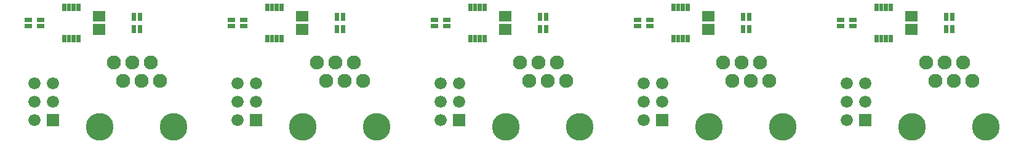
<source format=gbr>
G04 start of page 6 for group -4063 idx -4063 *
G04 Title: (unknown), componentmask *
G04 Creator: pcb 20140316 *
G04 CreationDate: Thu 25 Oct 2018 04:49:50 PM GMT UTC *
G04 For: railfan *
G04 Format: Gerber/RS-274X *
G04 PCB-Dimensions (mil): 5400.00 1100.00 *
G04 PCB-Coordinate-Origin: lower left *
%MOIN*%
%FSLAX25Y25*%
%LNTOPMASK*%
%ADD53R,0.0225X0.0225*%
%ADD52R,0.0572X0.0572*%
%ADD51R,0.0227X0.0227*%
%ADD50C,0.1500*%
%ADD49C,0.0660*%
%ADD48C,0.0001*%
%ADD47C,0.0760*%
G54D47*X73000Y57000D03*
X83000D03*
X78000Y67000D03*
G54D48*G36*
X131700Y39000D02*Y32400D01*
X138300D01*
Y39000D01*
X131700D01*
G37*
G54D49*X135000Y45700D03*
Y55700D03*
X125000Y35700D03*
Y45700D03*
Y55700D03*
G54D47*X58000Y67000D03*
G54D48*G36*
X21700Y39000D02*Y32400D01*
X28300D01*
Y39000D01*
X21700D01*
G37*
G54D49*X25000Y45700D03*
Y55700D03*
X15000Y35700D03*
Y45700D03*
Y55700D03*
G54D47*X63000Y57000D03*
G54D50*X50500Y32000D03*
G54D47*X68000Y67000D03*
G54D50*X90500Y32000D03*
X160500D03*
G54D47*X168000Y67000D03*
X178000D03*
X188000D03*
X173000Y57000D03*
X183000D03*
X193000D03*
G54D49*X245000Y45700D03*
Y55700D03*
X235000Y45700D03*
Y55700D03*
G54D47*X283000Y57000D03*
X293000D03*
X303000D03*
G54D50*X200500Y32000D03*
G54D48*G36*
X241700Y39000D02*Y32400D01*
X248300D01*
Y39000D01*
X241700D01*
G37*
G54D49*X235000Y35700D03*
G54D50*X270500Y32000D03*
G54D47*X278000Y67000D03*
X288000D03*
X298000D03*
G54D48*G36*
X351700Y39000D02*Y32400D01*
X358300D01*
Y39000D01*
X351700D01*
G37*
G54D49*X345000Y35700D03*
Y45700D03*
Y55700D03*
X355000Y45700D03*
Y55700D03*
G54D47*X393000Y57000D03*
X403000D03*
X413000D03*
G54D50*X310500Y32000D03*
X380500D03*
X420500D03*
X490500D03*
X530500D03*
G54D48*G36*
X461700Y39000D02*Y32400D01*
X468300D01*
Y39000D01*
X461700D01*
G37*
G54D49*X455000Y35700D03*
Y45700D03*
Y55700D03*
X465000Y45700D03*
Y55700D03*
G54D47*X388000Y67000D03*
X398000D03*
X408000D03*
X498000D03*
X508000D03*
X518000D03*
X503000Y57000D03*
X513000D03*
X523000D03*
G54D51*X182075Y92783D02*Y90913D01*
X178925Y92783D02*Y90913D01*
G54D52*X159607Y92043D02*X160393D01*
G54D53*X148839Y97969D02*Y96122D01*
X146280Y97969D02*Y96122D01*
X148839Y97500D02*Y96500D01*
X146280Y97500D02*Y96500D01*
X143720Y97969D02*Y96122D01*
X141161Y97969D02*Y96122D01*
X143720Y97500D02*Y96500D01*
X141161Y97500D02*Y96500D01*
G54D51*X292075Y92783D02*Y90913D01*
X288925Y92783D02*Y90913D01*
G54D52*X269607Y92043D02*X270393D01*
G54D53*X258839Y97969D02*Y96122D01*
X256280Y97969D02*Y96122D01*
X258839Y97500D02*Y96500D01*
X256280Y97500D02*Y96500D01*
X253720Y97969D02*Y96122D01*
X251161Y97969D02*Y96122D01*
X253720Y97500D02*Y96500D01*
X251161Y97500D02*Y96500D01*
X471161Y97969D02*Y96122D01*
X478839Y97500D02*Y96500D01*
X476280Y97500D02*Y96500D01*
X473720Y97500D02*Y96500D01*
X471161Y97500D02*Y96500D01*
G54D51*X230717Y90075D02*X232587D01*
X230717Y86925D02*X232587D01*
X237413D02*X239283D01*
X237413Y90075D02*X239283D01*
X288925Y86087D02*Y84217D01*
X292075Y86087D02*Y84217D01*
G54D52*X269607Y84957D02*X270393D01*
G54D53*X251161Y80878D02*Y79031D01*
X253720Y80878D02*Y79031D01*
X251161Y80500D02*Y79500D01*
X253720Y80500D02*Y79500D01*
X256280Y80878D02*Y79031D01*
X258839Y80878D02*Y79031D01*
X256280Y80500D02*Y79500D01*
X258839Y80500D02*Y79500D01*
G54D51*X340717Y90075D02*X342587D01*
X340717Y86925D02*X342587D01*
X347413D02*X349283D01*
X347413Y90075D02*X349283D01*
G54D53*X368839Y97969D02*Y96122D01*
Y97500D02*Y96500D01*
X366280Y97969D02*Y96122D01*
X363720Y97969D02*Y96122D01*
X361161Y97969D02*Y96122D01*
X366280Y97500D02*Y96500D01*
X363720Y97500D02*Y96500D01*
X361161Y97500D02*Y96500D01*
Y80878D02*Y79031D01*
Y80500D02*Y79500D01*
X363720Y80878D02*Y79031D01*
Y80500D02*Y79500D01*
X366280Y80878D02*Y79031D01*
X368839Y80878D02*Y79031D01*
X366280Y80500D02*Y79500D01*
X368839Y80500D02*Y79500D01*
X471161Y80878D02*Y79031D01*
X473720Y80878D02*Y79031D01*
X476280Y80878D02*Y79031D01*
X471161Y80500D02*Y79500D01*
X473720Y80500D02*Y79500D01*
X476280Y80500D02*Y79500D01*
X478839Y80878D02*Y79031D01*
Y80500D02*Y79500D01*
G54D51*X68925Y86087D02*Y84217D01*
G54D52*X49607Y84957D02*X50393D01*
G54D51*X72075Y86087D02*Y84217D01*
X10717Y90075D02*X12587D01*
X10717Y86925D02*X12587D01*
X17413D02*X19283D01*
X17413Y90075D02*X19283D01*
G54D53*X31161Y80878D02*Y79031D01*
Y80500D02*Y79500D01*
X33720Y80878D02*Y79031D01*
Y80500D02*Y79500D01*
X36280Y80878D02*Y79031D01*
Y80500D02*Y79500D01*
X38839Y80878D02*Y79031D01*
Y80500D02*Y79500D01*
G54D51*X72075Y92783D02*Y90913D01*
X68925Y92783D02*Y90913D01*
G54D52*X49607Y92043D02*X50393D01*
G54D53*X38839Y97969D02*Y96122D01*
X36280Y97969D02*Y96122D01*
X38839Y97500D02*Y96500D01*
X36280Y97500D02*Y96500D01*
X33720Y97969D02*Y96122D01*
X31161Y97969D02*Y96122D01*
X33720Y97500D02*Y96500D01*
X31161Y97500D02*Y96500D01*
G54D51*X120717Y90075D02*X122587D01*
X120717Y86925D02*X122587D01*
X127413D02*X129283D01*
X127413Y90075D02*X129283D01*
X178925Y86087D02*Y84217D01*
X182075Y86087D02*Y84217D01*
G54D52*X159607Y84957D02*X160393D01*
G54D53*X141161Y80878D02*Y79031D01*
Y80500D02*Y79500D01*
X143720Y80878D02*Y79031D01*
X146280Y80878D02*Y79031D01*
X148839Y80878D02*Y79031D01*
X143720Y80500D02*Y79500D01*
X146280Y80500D02*Y79500D01*
X148839Y80500D02*Y79500D01*
G54D51*X402075Y92783D02*Y90913D01*
X398925Y92783D02*Y90913D01*
Y86087D02*Y84217D01*
X402075Y86087D02*Y84217D01*
G54D52*X379607Y84957D02*X380393D01*
X379607Y92043D02*X380393D01*
G54D51*X450717Y90075D02*X452587D01*
G54D53*X478839Y97969D02*Y96122D01*
X476280Y97969D02*Y96122D01*
X473720Y97969D02*Y96122D01*
G54D51*X450717Y86925D02*X452587D01*
X508925Y86087D02*Y84217D01*
X512075Y86087D02*Y84217D01*
G54D52*X489607Y84957D02*X490393D01*
G54D51*X457413Y86925D02*X459283D01*
X457413Y90075D02*X459283D01*
X512075Y92783D02*Y90913D01*
X508925Y92783D02*Y90913D01*
G54D52*X489607Y92043D02*X490393D01*
M02*

</source>
